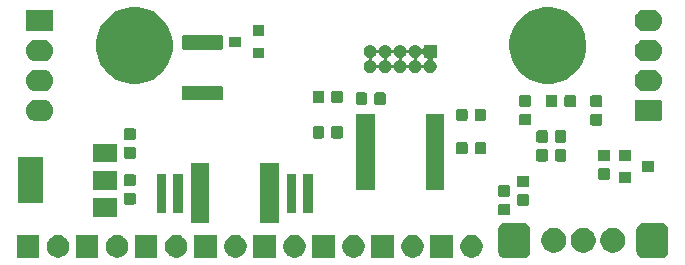
<source format=gbr>
G04 #@! TF.GenerationSoftware,KiCad,Pcbnew,(5.1.5)-3*
G04 #@! TF.CreationDate,2020-02-26T17:14:11+00:00*
G04 #@! TF.ProjectId,pwmfan,70776d66-616e-42e6-9b69-6361645f7063,rev?*
G04 #@! TF.SameCoordinates,Original*
G04 #@! TF.FileFunction,Soldermask,Top*
G04 #@! TF.FilePolarity,Negative*
%FSLAX46Y46*%
G04 Gerber Fmt 4.6, Leading zero omitted, Abs format (unit mm)*
G04 Created by KiCad (PCBNEW (5.1.5)-3) date 2020-02-26 17:14:11*
%MOMM*%
%LPD*%
G04 APERTURE LIST*
%ADD10C,0.100000*%
G04 APERTURE END LIST*
D10*
G36*
X107207473Y-70011371D02*
G01*
X107322353Y-70046220D01*
X107428228Y-70102811D01*
X107521029Y-70178971D01*
X107597189Y-70271772D01*
X107653780Y-70377647D01*
X107688629Y-70492527D01*
X107701000Y-70618140D01*
X107701000Y-72381860D01*
X107688629Y-72507473D01*
X107653780Y-72622353D01*
X107597189Y-72728228D01*
X107521029Y-72821029D01*
X107428228Y-72897189D01*
X107322353Y-72953780D01*
X107207473Y-72988629D01*
X107081860Y-73001000D01*
X105618140Y-73001000D01*
X105492527Y-72988629D01*
X105377647Y-72953780D01*
X105271772Y-72897189D01*
X105178971Y-72821029D01*
X105102811Y-72728228D01*
X105046220Y-72622353D01*
X105011371Y-72507473D01*
X104999000Y-72381860D01*
X104999000Y-70618140D01*
X105011371Y-70492527D01*
X105046220Y-70377647D01*
X105102811Y-70271772D01*
X105178971Y-70178971D01*
X105271772Y-70102811D01*
X105377647Y-70046220D01*
X105492527Y-70011371D01*
X105618140Y-69999000D01*
X107081860Y-69999000D01*
X107207473Y-70011371D01*
G37*
G36*
X95507473Y-70011371D02*
G01*
X95622353Y-70046220D01*
X95728228Y-70102811D01*
X95821029Y-70178971D01*
X95897189Y-70271772D01*
X95953780Y-70377647D01*
X95988629Y-70492527D01*
X96001000Y-70618140D01*
X96001000Y-72381860D01*
X95988629Y-72507473D01*
X95953780Y-72622353D01*
X95897189Y-72728228D01*
X95821029Y-72821029D01*
X95728228Y-72897189D01*
X95622353Y-72953780D01*
X95507473Y-72988629D01*
X95381860Y-73001000D01*
X93918140Y-73001000D01*
X93792527Y-72988629D01*
X93677647Y-72953780D01*
X93571772Y-72897189D01*
X93478971Y-72821029D01*
X93402811Y-72728228D01*
X93346220Y-72622353D01*
X93311371Y-72507473D01*
X93299000Y-72381860D01*
X93299000Y-70618140D01*
X93311371Y-70492527D01*
X93346220Y-70377647D01*
X93402811Y-70271772D01*
X93478971Y-70178971D01*
X93571772Y-70102811D01*
X93677647Y-70046220D01*
X93792527Y-70011371D01*
X93918140Y-69999000D01*
X95381860Y-69999000D01*
X95507473Y-70011371D01*
G37*
G36*
X69451000Y-72951000D02*
G01*
X67549000Y-72951000D01*
X67549000Y-71049000D01*
X69451000Y-71049000D01*
X69451000Y-72951000D01*
G37*
G36*
X71317395Y-71085546D02*
G01*
X71490466Y-71157234D01*
X71544646Y-71193436D01*
X71646227Y-71261310D01*
X71778690Y-71393773D01*
X71831081Y-71472182D01*
X71882766Y-71549534D01*
X71954454Y-71722605D01*
X71991000Y-71906333D01*
X71991000Y-72093667D01*
X71954454Y-72277395D01*
X71882766Y-72450466D01*
X71882765Y-72450467D01*
X71778690Y-72606227D01*
X71646227Y-72738690D01*
X71567818Y-72791081D01*
X71490466Y-72842766D01*
X71317395Y-72914454D01*
X71133667Y-72951000D01*
X70946333Y-72951000D01*
X70762605Y-72914454D01*
X70589534Y-72842766D01*
X70512182Y-72791081D01*
X70433773Y-72738690D01*
X70301310Y-72606227D01*
X70197235Y-72450467D01*
X70197234Y-72450466D01*
X70125546Y-72277395D01*
X70089000Y-72093667D01*
X70089000Y-71906333D01*
X70125546Y-71722605D01*
X70197234Y-71549534D01*
X70248919Y-71472182D01*
X70301310Y-71393773D01*
X70433773Y-71261310D01*
X70535354Y-71193436D01*
X70589534Y-71157234D01*
X70762605Y-71085546D01*
X70946333Y-71049000D01*
X71133667Y-71049000D01*
X71317395Y-71085546D01*
G37*
G36*
X76317395Y-71085546D02*
G01*
X76490466Y-71157234D01*
X76544646Y-71193436D01*
X76646227Y-71261310D01*
X76778690Y-71393773D01*
X76831081Y-71472182D01*
X76882766Y-71549534D01*
X76954454Y-71722605D01*
X76991000Y-71906333D01*
X76991000Y-72093667D01*
X76954454Y-72277395D01*
X76882766Y-72450466D01*
X76882765Y-72450467D01*
X76778690Y-72606227D01*
X76646227Y-72738690D01*
X76567818Y-72791081D01*
X76490466Y-72842766D01*
X76317395Y-72914454D01*
X76133667Y-72951000D01*
X75946333Y-72951000D01*
X75762605Y-72914454D01*
X75589534Y-72842766D01*
X75512182Y-72791081D01*
X75433773Y-72738690D01*
X75301310Y-72606227D01*
X75197235Y-72450467D01*
X75197234Y-72450466D01*
X75125546Y-72277395D01*
X75089000Y-72093667D01*
X75089000Y-71906333D01*
X75125546Y-71722605D01*
X75197234Y-71549534D01*
X75248919Y-71472182D01*
X75301310Y-71393773D01*
X75433773Y-71261310D01*
X75535354Y-71193436D01*
X75589534Y-71157234D01*
X75762605Y-71085546D01*
X75946333Y-71049000D01*
X76133667Y-71049000D01*
X76317395Y-71085546D01*
G37*
G36*
X74451000Y-72951000D02*
G01*
X72549000Y-72951000D01*
X72549000Y-71049000D01*
X74451000Y-71049000D01*
X74451000Y-72951000D01*
G37*
G36*
X84451000Y-72951000D02*
G01*
X82549000Y-72951000D01*
X82549000Y-71049000D01*
X84451000Y-71049000D01*
X84451000Y-72951000D01*
G37*
G36*
X86317395Y-71085546D02*
G01*
X86490466Y-71157234D01*
X86544646Y-71193436D01*
X86646227Y-71261310D01*
X86778690Y-71393773D01*
X86831081Y-71472182D01*
X86882766Y-71549534D01*
X86954454Y-71722605D01*
X86991000Y-71906333D01*
X86991000Y-72093667D01*
X86954454Y-72277395D01*
X86882766Y-72450466D01*
X86882765Y-72450467D01*
X86778690Y-72606227D01*
X86646227Y-72738690D01*
X86567818Y-72791081D01*
X86490466Y-72842766D01*
X86317395Y-72914454D01*
X86133667Y-72951000D01*
X85946333Y-72951000D01*
X85762605Y-72914454D01*
X85589534Y-72842766D01*
X85512182Y-72791081D01*
X85433773Y-72738690D01*
X85301310Y-72606227D01*
X85197235Y-72450467D01*
X85197234Y-72450466D01*
X85125546Y-72277395D01*
X85089000Y-72093667D01*
X85089000Y-71906333D01*
X85125546Y-71722605D01*
X85197234Y-71549534D01*
X85248919Y-71472182D01*
X85301310Y-71393773D01*
X85433773Y-71261310D01*
X85535354Y-71193436D01*
X85589534Y-71157234D01*
X85762605Y-71085546D01*
X85946333Y-71049000D01*
X86133667Y-71049000D01*
X86317395Y-71085546D01*
G37*
G36*
X81317395Y-71085546D02*
G01*
X81490466Y-71157234D01*
X81544646Y-71193436D01*
X81646227Y-71261310D01*
X81778690Y-71393773D01*
X81831081Y-71472182D01*
X81882766Y-71549534D01*
X81954454Y-71722605D01*
X81991000Y-71906333D01*
X81991000Y-72093667D01*
X81954454Y-72277395D01*
X81882766Y-72450466D01*
X81882765Y-72450467D01*
X81778690Y-72606227D01*
X81646227Y-72738690D01*
X81567818Y-72791081D01*
X81490466Y-72842766D01*
X81317395Y-72914454D01*
X81133667Y-72951000D01*
X80946333Y-72951000D01*
X80762605Y-72914454D01*
X80589534Y-72842766D01*
X80512182Y-72791081D01*
X80433773Y-72738690D01*
X80301310Y-72606227D01*
X80197235Y-72450467D01*
X80197234Y-72450466D01*
X80125546Y-72277395D01*
X80089000Y-72093667D01*
X80089000Y-71906333D01*
X80125546Y-71722605D01*
X80197234Y-71549534D01*
X80248919Y-71472182D01*
X80301310Y-71393773D01*
X80433773Y-71261310D01*
X80535354Y-71193436D01*
X80589534Y-71157234D01*
X80762605Y-71085546D01*
X80946333Y-71049000D01*
X81133667Y-71049000D01*
X81317395Y-71085546D01*
G37*
G36*
X79451000Y-72951000D02*
G01*
X77549000Y-72951000D01*
X77549000Y-71049000D01*
X79451000Y-71049000D01*
X79451000Y-72951000D01*
G37*
G36*
X89451000Y-72951000D02*
G01*
X87549000Y-72951000D01*
X87549000Y-71049000D01*
X89451000Y-71049000D01*
X89451000Y-72951000D01*
G37*
G36*
X91317395Y-71085546D02*
G01*
X91490466Y-71157234D01*
X91544646Y-71193436D01*
X91646227Y-71261310D01*
X91778690Y-71393773D01*
X91831081Y-71472182D01*
X91882766Y-71549534D01*
X91954454Y-71722605D01*
X91991000Y-71906333D01*
X91991000Y-72093667D01*
X91954454Y-72277395D01*
X91882766Y-72450466D01*
X91882765Y-72450467D01*
X91778690Y-72606227D01*
X91646227Y-72738690D01*
X91567818Y-72791081D01*
X91490466Y-72842766D01*
X91317395Y-72914454D01*
X91133667Y-72951000D01*
X90946333Y-72951000D01*
X90762605Y-72914454D01*
X90589534Y-72842766D01*
X90512182Y-72791081D01*
X90433773Y-72738690D01*
X90301310Y-72606227D01*
X90197235Y-72450467D01*
X90197234Y-72450466D01*
X90125546Y-72277395D01*
X90089000Y-72093667D01*
X90089000Y-71906333D01*
X90125546Y-71722605D01*
X90197234Y-71549534D01*
X90248919Y-71472182D01*
X90301310Y-71393773D01*
X90433773Y-71261310D01*
X90535354Y-71193436D01*
X90589534Y-71157234D01*
X90762605Y-71085546D01*
X90946333Y-71049000D01*
X91133667Y-71049000D01*
X91317395Y-71085546D01*
G37*
G36*
X56317395Y-71085546D02*
G01*
X56490466Y-71157234D01*
X56544646Y-71193436D01*
X56646227Y-71261310D01*
X56778690Y-71393773D01*
X56831081Y-71472182D01*
X56882766Y-71549534D01*
X56954454Y-71722605D01*
X56991000Y-71906333D01*
X56991000Y-72093667D01*
X56954454Y-72277395D01*
X56882766Y-72450466D01*
X56882765Y-72450467D01*
X56778690Y-72606227D01*
X56646227Y-72738690D01*
X56567818Y-72791081D01*
X56490466Y-72842766D01*
X56317395Y-72914454D01*
X56133667Y-72951000D01*
X55946333Y-72951000D01*
X55762605Y-72914454D01*
X55589534Y-72842766D01*
X55512182Y-72791081D01*
X55433773Y-72738690D01*
X55301310Y-72606227D01*
X55197235Y-72450467D01*
X55197234Y-72450466D01*
X55125546Y-72277395D01*
X55089000Y-72093667D01*
X55089000Y-71906333D01*
X55125546Y-71722605D01*
X55197234Y-71549534D01*
X55248919Y-71472182D01*
X55301310Y-71393773D01*
X55433773Y-71261310D01*
X55535354Y-71193436D01*
X55589534Y-71157234D01*
X55762605Y-71085546D01*
X55946333Y-71049000D01*
X56133667Y-71049000D01*
X56317395Y-71085546D01*
G37*
G36*
X54451000Y-72951000D02*
G01*
X52549000Y-72951000D01*
X52549000Y-71049000D01*
X54451000Y-71049000D01*
X54451000Y-72951000D01*
G37*
G36*
X59451000Y-72951000D02*
G01*
X57549000Y-72951000D01*
X57549000Y-71049000D01*
X59451000Y-71049000D01*
X59451000Y-72951000D01*
G37*
G36*
X61317395Y-71085546D02*
G01*
X61490466Y-71157234D01*
X61544646Y-71193436D01*
X61646227Y-71261310D01*
X61778690Y-71393773D01*
X61831081Y-71472182D01*
X61882766Y-71549534D01*
X61954454Y-71722605D01*
X61991000Y-71906333D01*
X61991000Y-72093667D01*
X61954454Y-72277395D01*
X61882766Y-72450466D01*
X61882765Y-72450467D01*
X61778690Y-72606227D01*
X61646227Y-72738690D01*
X61567818Y-72791081D01*
X61490466Y-72842766D01*
X61317395Y-72914454D01*
X61133667Y-72951000D01*
X60946333Y-72951000D01*
X60762605Y-72914454D01*
X60589534Y-72842766D01*
X60512182Y-72791081D01*
X60433773Y-72738690D01*
X60301310Y-72606227D01*
X60197235Y-72450467D01*
X60197234Y-72450466D01*
X60125546Y-72277395D01*
X60089000Y-72093667D01*
X60089000Y-71906333D01*
X60125546Y-71722605D01*
X60197234Y-71549534D01*
X60248919Y-71472182D01*
X60301310Y-71393773D01*
X60433773Y-71261310D01*
X60535354Y-71193436D01*
X60589534Y-71157234D01*
X60762605Y-71085546D01*
X60946333Y-71049000D01*
X61133667Y-71049000D01*
X61317395Y-71085546D01*
G37*
G36*
X66317395Y-71085546D02*
G01*
X66490466Y-71157234D01*
X66544646Y-71193436D01*
X66646227Y-71261310D01*
X66778690Y-71393773D01*
X66831081Y-71472182D01*
X66882766Y-71549534D01*
X66954454Y-71722605D01*
X66991000Y-71906333D01*
X66991000Y-72093667D01*
X66954454Y-72277395D01*
X66882766Y-72450466D01*
X66882765Y-72450467D01*
X66778690Y-72606227D01*
X66646227Y-72738690D01*
X66567818Y-72791081D01*
X66490466Y-72842766D01*
X66317395Y-72914454D01*
X66133667Y-72951000D01*
X65946333Y-72951000D01*
X65762605Y-72914454D01*
X65589534Y-72842766D01*
X65512182Y-72791081D01*
X65433773Y-72738690D01*
X65301310Y-72606227D01*
X65197235Y-72450467D01*
X65197234Y-72450466D01*
X65125546Y-72277395D01*
X65089000Y-72093667D01*
X65089000Y-71906333D01*
X65125546Y-71722605D01*
X65197234Y-71549534D01*
X65248919Y-71472182D01*
X65301310Y-71393773D01*
X65433773Y-71261310D01*
X65535354Y-71193436D01*
X65589534Y-71157234D01*
X65762605Y-71085546D01*
X65946333Y-71049000D01*
X66133667Y-71049000D01*
X66317395Y-71085546D01*
G37*
G36*
X64451000Y-72951000D02*
G01*
X62549000Y-72951000D01*
X62549000Y-71049000D01*
X64451000Y-71049000D01*
X64451000Y-72951000D01*
G37*
G36*
X100806564Y-70489389D02*
G01*
X100997833Y-70568615D01*
X100997835Y-70568616D01*
X101169973Y-70683635D01*
X101316365Y-70830027D01*
X101431385Y-71002167D01*
X101510611Y-71193436D01*
X101551000Y-71396484D01*
X101551000Y-71603516D01*
X101510611Y-71806564D01*
X101431385Y-71997833D01*
X101431384Y-71997835D01*
X101316365Y-72169973D01*
X101169973Y-72316365D01*
X100997835Y-72431384D01*
X100997834Y-72431385D01*
X100997833Y-72431385D01*
X100806564Y-72510611D01*
X100603516Y-72551000D01*
X100396484Y-72551000D01*
X100193436Y-72510611D01*
X100002167Y-72431385D01*
X100002166Y-72431385D01*
X100002165Y-72431384D01*
X99830027Y-72316365D01*
X99683635Y-72169973D01*
X99568616Y-71997835D01*
X99568615Y-71997833D01*
X99489389Y-71806564D01*
X99449000Y-71603516D01*
X99449000Y-71396484D01*
X99489389Y-71193436D01*
X99568615Y-71002167D01*
X99683635Y-70830027D01*
X99830027Y-70683635D01*
X100002165Y-70568616D01*
X100002167Y-70568615D01*
X100193436Y-70489389D01*
X100396484Y-70449000D01*
X100603516Y-70449000D01*
X100806564Y-70489389D01*
G37*
G36*
X103306564Y-70489389D02*
G01*
X103497833Y-70568615D01*
X103497835Y-70568616D01*
X103669973Y-70683635D01*
X103816365Y-70830027D01*
X103931385Y-71002167D01*
X104010611Y-71193436D01*
X104051000Y-71396484D01*
X104051000Y-71603516D01*
X104010611Y-71806564D01*
X103931385Y-71997833D01*
X103931384Y-71997835D01*
X103816365Y-72169973D01*
X103669973Y-72316365D01*
X103497835Y-72431384D01*
X103497834Y-72431385D01*
X103497833Y-72431385D01*
X103306564Y-72510611D01*
X103103516Y-72551000D01*
X102896484Y-72551000D01*
X102693436Y-72510611D01*
X102502167Y-72431385D01*
X102502166Y-72431385D01*
X102502165Y-72431384D01*
X102330027Y-72316365D01*
X102183635Y-72169973D01*
X102068616Y-71997835D01*
X102068615Y-71997833D01*
X101989389Y-71806564D01*
X101949000Y-71603516D01*
X101949000Y-71396484D01*
X101989389Y-71193436D01*
X102068615Y-71002167D01*
X102183635Y-70830027D01*
X102330027Y-70683635D01*
X102502165Y-70568616D01*
X102502167Y-70568615D01*
X102693436Y-70489389D01*
X102896484Y-70449000D01*
X103103516Y-70449000D01*
X103306564Y-70489389D01*
G37*
G36*
X98306564Y-70489389D02*
G01*
X98497833Y-70568615D01*
X98497835Y-70568616D01*
X98669973Y-70683635D01*
X98816365Y-70830027D01*
X98931385Y-71002167D01*
X99010611Y-71193436D01*
X99051000Y-71396484D01*
X99051000Y-71603516D01*
X99010611Y-71806564D01*
X98931385Y-71997833D01*
X98931384Y-71997835D01*
X98816365Y-72169973D01*
X98669973Y-72316365D01*
X98497835Y-72431384D01*
X98497834Y-72431385D01*
X98497833Y-72431385D01*
X98306564Y-72510611D01*
X98103516Y-72551000D01*
X97896484Y-72551000D01*
X97693436Y-72510611D01*
X97502167Y-72431385D01*
X97502166Y-72431385D01*
X97502165Y-72431384D01*
X97330027Y-72316365D01*
X97183635Y-72169973D01*
X97068616Y-71997835D01*
X97068615Y-71997833D01*
X96989389Y-71806564D01*
X96949000Y-71603516D01*
X96949000Y-71396484D01*
X96989389Y-71193436D01*
X97068615Y-71002167D01*
X97183635Y-70830027D01*
X97330027Y-70683635D01*
X97502165Y-70568616D01*
X97502167Y-70568615D01*
X97693436Y-70489389D01*
X97896484Y-70449000D01*
X98103516Y-70449000D01*
X98306564Y-70489389D01*
G37*
G36*
X74751000Y-70051000D02*
G01*
X73149000Y-70051000D01*
X73149000Y-64949000D01*
X74751000Y-64949000D01*
X74751000Y-70051000D01*
G37*
G36*
X68851000Y-70051000D02*
G01*
X67249000Y-70051000D01*
X67249000Y-64949000D01*
X68851000Y-64949000D01*
X68851000Y-70051000D01*
G37*
G36*
X61051000Y-69501000D02*
G01*
X58949000Y-69501000D01*
X58949000Y-67899000D01*
X61051000Y-67899000D01*
X61051000Y-69501000D01*
G37*
G36*
X94179591Y-68403085D02*
G01*
X94213569Y-68413393D01*
X94244890Y-68430134D01*
X94272339Y-68452661D01*
X94294866Y-68480110D01*
X94311607Y-68511431D01*
X94321915Y-68545409D01*
X94326000Y-68586890D01*
X94326000Y-69188110D01*
X94321915Y-69229591D01*
X94311607Y-69263569D01*
X94294866Y-69294890D01*
X94272339Y-69322339D01*
X94244890Y-69344866D01*
X94213569Y-69361607D01*
X94179591Y-69371915D01*
X94138110Y-69376000D01*
X93461890Y-69376000D01*
X93420409Y-69371915D01*
X93386431Y-69361607D01*
X93355110Y-69344866D01*
X93327661Y-69322339D01*
X93305134Y-69294890D01*
X93288393Y-69263569D01*
X93278085Y-69229591D01*
X93274000Y-69188110D01*
X93274000Y-68586890D01*
X93278085Y-68545409D01*
X93288393Y-68511431D01*
X93305134Y-68480110D01*
X93327661Y-68452661D01*
X93355110Y-68430134D01*
X93386431Y-68413393D01*
X93420409Y-68403085D01*
X93461890Y-68399000D01*
X94138110Y-68399000D01*
X94179591Y-68403085D01*
G37*
G36*
X76201000Y-69141000D02*
G01*
X75399000Y-69141000D01*
X75399000Y-65859000D01*
X76201000Y-65859000D01*
X76201000Y-69141000D01*
G37*
G36*
X66601000Y-69141000D02*
G01*
X65799000Y-69141000D01*
X65799000Y-65859000D01*
X66601000Y-65859000D01*
X66601000Y-69141000D01*
G37*
G36*
X77601000Y-69141000D02*
G01*
X76799000Y-69141000D01*
X76799000Y-65859000D01*
X77601000Y-65859000D01*
X77601000Y-69141000D01*
G37*
G36*
X65201000Y-69141000D02*
G01*
X64399000Y-69141000D01*
X64399000Y-65859000D01*
X65201000Y-65859000D01*
X65201000Y-69141000D01*
G37*
G36*
X95779591Y-67603085D02*
G01*
X95813569Y-67613393D01*
X95844890Y-67630134D01*
X95872339Y-67652661D01*
X95894866Y-67680110D01*
X95911607Y-67711431D01*
X95921915Y-67745409D01*
X95926000Y-67786890D01*
X95926000Y-68388110D01*
X95921915Y-68429591D01*
X95911607Y-68463569D01*
X95894866Y-68494890D01*
X95872339Y-68522339D01*
X95844890Y-68544866D01*
X95813569Y-68561607D01*
X95779591Y-68571915D01*
X95738110Y-68576000D01*
X95061890Y-68576000D01*
X95020409Y-68571915D01*
X94986431Y-68561607D01*
X94955110Y-68544866D01*
X94927661Y-68522339D01*
X94905134Y-68494890D01*
X94888393Y-68463569D01*
X94878085Y-68429591D01*
X94874000Y-68388110D01*
X94874000Y-67786890D01*
X94878085Y-67745409D01*
X94888393Y-67711431D01*
X94905134Y-67680110D01*
X94927661Y-67652661D01*
X94955110Y-67630134D01*
X94986431Y-67613393D01*
X95020409Y-67603085D01*
X95061890Y-67599000D01*
X95738110Y-67599000D01*
X95779591Y-67603085D01*
G37*
G36*
X62479591Y-67490585D02*
G01*
X62513569Y-67500893D01*
X62544890Y-67517634D01*
X62572339Y-67540161D01*
X62594866Y-67567610D01*
X62611607Y-67598931D01*
X62621915Y-67632909D01*
X62626000Y-67674390D01*
X62626000Y-68275610D01*
X62621915Y-68317091D01*
X62611607Y-68351069D01*
X62594866Y-68382390D01*
X62572339Y-68409839D01*
X62544890Y-68432366D01*
X62513569Y-68449107D01*
X62479591Y-68459415D01*
X62438110Y-68463500D01*
X61761890Y-68463500D01*
X61720409Y-68459415D01*
X61686431Y-68449107D01*
X61655110Y-68432366D01*
X61627661Y-68409839D01*
X61605134Y-68382390D01*
X61588393Y-68351069D01*
X61578085Y-68317091D01*
X61574000Y-68275610D01*
X61574000Y-67674390D01*
X61578085Y-67632909D01*
X61588393Y-67598931D01*
X61605134Y-67567610D01*
X61627661Y-67540161D01*
X61655110Y-67517634D01*
X61686431Y-67500893D01*
X61720409Y-67490585D01*
X61761890Y-67486500D01*
X62438110Y-67486500D01*
X62479591Y-67490585D01*
G37*
G36*
X54751000Y-68351000D02*
G01*
X52649000Y-68351000D01*
X52649000Y-64449000D01*
X54751000Y-64449000D01*
X54751000Y-68351000D01*
G37*
G36*
X94179591Y-66828085D02*
G01*
X94213569Y-66838393D01*
X94244890Y-66855134D01*
X94272339Y-66877661D01*
X94294866Y-66905110D01*
X94311607Y-66936431D01*
X94321915Y-66970409D01*
X94326000Y-67011890D01*
X94326000Y-67613110D01*
X94321915Y-67654591D01*
X94311607Y-67688569D01*
X94294866Y-67719890D01*
X94272339Y-67747339D01*
X94244890Y-67769866D01*
X94213569Y-67786607D01*
X94179591Y-67796915D01*
X94138110Y-67801000D01*
X93461890Y-67801000D01*
X93420409Y-67796915D01*
X93386431Y-67786607D01*
X93355110Y-67769866D01*
X93327661Y-67747339D01*
X93305134Y-67719890D01*
X93288393Y-67688569D01*
X93278085Y-67654591D01*
X93274000Y-67613110D01*
X93274000Y-67011890D01*
X93278085Y-66970409D01*
X93288393Y-66936431D01*
X93305134Y-66905110D01*
X93327661Y-66877661D01*
X93355110Y-66855134D01*
X93386431Y-66838393D01*
X93420409Y-66828085D01*
X93461890Y-66824000D01*
X94138110Y-66824000D01*
X94179591Y-66828085D01*
G37*
G36*
X61051000Y-67201000D02*
G01*
X58949000Y-67201000D01*
X58949000Y-65599000D01*
X61051000Y-65599000D01*
X61051000Y-67201000D01*
G37*
G36*
X88726000Y-67201000D02*
G01*
X87174000Y-67201000D01*
X87174000Y-60799000D01*
X88726000Y-60799000D01*
X88726000Y-67201000D01*
G37*
G36*
X82826000Y-67201000D02*
G01*
X81274000Y-67201000D01*
X81274000Y-60799000D01*
X82826000Y-60799000D01*
X82826000Y-67201000D01*
G37*
G36*
X95779591Y-66028085D02*
G01*
X95813569Y-66038393D01*
X95844890Y-66055134D01*
X95872339Y-66077661D01*
X95894866Y-66105110D01*
X95911607Y-66136431D01*
X95921915Y-66170409D01*
X95926000Y-66211890D01*
X95926000Y-66813110D01*
X95921915Y-66854591D01*
X95911607Y-66888569D01*
X95894866Y-66919890D01*
X95872339Y-66947339D01*
X95844890Y-66969866D01*
X95813569Y-66986607D01*
X95779591Y-66996915D01*
X95738110Y-67001000D01*
X95061890Y-67001000D01*
X95020409Y-66996915D01*
X94986431Y-66986607D01*
X94955110Y-66969866D01*
X94927661Y-66947339D01*
X94905134Y-66919890D01*
X94888393Y-66888569D01*
X94878085Y-66854591D01*
X94874000Y-66813110D01*
X94874000Y-66211890D01*
X94878085Y-66170409D01*
X94888393Y-66136431D01*
X94905134Y-66105110D01*
X94927661Y-66077661D01*
X94955110Y-66055134D01*
X94986431Y-66038393D01*
X95020409Y-66028085D01*
X95061890Y-66024000D01*
X95738110Y-66024000D01*
X95779591Y-66028085D01*
G37*
G36*
X62479591Y-65915585D02*
G01*
X62513569Y-65925893D01*
X62544890Y-65942634D01*
X62572339Y-65965161D01*
X62594866Y-65992610D01*
X62611607Y-66023931D01*
X62621915Y-66057909D01*
X62626000Y-66099390D01*
X62626000Y-66700610D01*
X62621915Y-66742091D01*
X62611607Y-66776069D01*
X62594866Y-66807390D01*
X62572339Y-66834839D01*
X62544890Y-66857366D01*
X62513569Y-66874107D01*
X62479591Y-66884415D01*
X62438110Y-66888500D01*
X61761890Y-66888500D01*
X61720409Y-66884415D01*
X61686431Y-66874107D01*
X61655110Y-66857366D01*
X61627661Y-66834839D01*
X61605134Y-66807390D01*
X61588393Y-66776069D01*
X61578085Y-66742091D01*
X61574000Y-66700610D01*
X61574000Y-66099390D01*
X61578085Y-66057909D01*
X61588393Y-66023931D01*
X61605134Y-65992610D01*
X61627661Y-65965161D01*
X61655110Y-65942634D01*
X61686431Y-65925893D01*
X61720409Y-65915585D01*
X61761890Y-65911500D01*
X62438110Y-65911500D01*
X62479591Y-65915585D01*
G37*
G36*
X104501000Y-66651000D02*
G01*
X103499000Y-66651000D01*
X103499000Y-65749000D01*
X104501000Y-65749000D01*
X104501000Y-66651000D01*
G37*
G36*
X102629591Y-65390585D02*
G01*
X102663569Y-65400893D01*
X102694890Y-65417634D01*
X102722339Y-65440161D01*
X102744866Y-65467610D01*
X102761607Y-65498931D01*
X102771915Y-65532909D01*
X102776000Y-65574390D01*
X102776000Y-66175610D01*
X102771915Y-66217091D01*
X102761607Y-66251069D01*
X102744866Y-66282390D01*
X102722339Y-66309839D01*
X102694890Y-66332366D01*
X102663569Y-66349107D01*
X102629591Y-66359415D01*
X102588110Y-66363500D01*
X101911890Y-66363500D01*
X101870409Y-66359415D01*
X101836431Y-66349107D01*
X101805110Y-66332366D01*
X101777661Y-66309839D01*
X101755134Y-66282390D01*
X101738393Y-66251069D01*
X101728085Y-66217091D01*
X101724000Y-66175610D01*
X101724000Y-65574390D01*
X101728085Y-65532909D01*
X101738393Y-65498931D01*
X101755134Y-65467610D01*
X101777661Y-65440161D01*
X101805110Y-65417634D01*
X101836431Y-65400893D01*
X101870409Y-65390585D01*
X101911890Y-65386500D01*
X102588110Y-65386500D01*
X102629591Y-65390585D01*
G37*
G36*
X106501000Y-65701000D02*
G01*
X105499000Y-65701000D01*
X105499000Y-64799000D01*
X106501000Y-64799000D01*
X106501000Y-65701000D01*
G37*
G36*
X61051000Y-64901000D02*
G01*
X58949000Y-64901000D01*
X58949000Y-63299000D01*
X61051000Y-63299000D01*
X61051000Y-64901000D01*
G37*
G36*
X97354591Y-63778085D02*
G01*
X97388569Y-63788393D01*
X97419890Y-63805134D01*
X97447339Y-63827661D01*
X97469866Y-63855110D01*
X97486607Y-63886431D01*
X97496915Y-63920409D01*
X97501000Y-63961890D01*
X97501000Y-64638110D01*
X97496915Y-64679591D01*
X97486607Y-64713569D01*
X97469866Y-64744890D01*
X97447339Y-64772339D01*
X97419890Y-64794866D01*
X97388569Y-64811607D01*
X97354591Y-64821915D01*
X97313110Y-64826000D01*
X96711890Y-64826000D01*
X96670409Y-64821915D01*
X96636431Y-64811607D01*
X96605110Y-64794866D01*
X96577661Y-64772339D01*
X96555134Y-64744890D01*
X96538393Y-64713569D01*
X96528085Y-64679591D01*
X96524000Y-64638110D01*
X96524000Y-63961890D01*
X96528085Y-63920409D01*
X96538393Y-63886431D01*
X96555134Y-63855110D01*
X96577661Y-63827661D01*
X96605110Y-63805134D01*
X96636431Y-63788393D01*
X96670409Y-63778085D01*
X96711890Y-63774000D01*
X97313110Y-63774000D01*
X97354591Y-63778085D01*
G37*
G36*
X98929591Y-63778085D02*
G01*
X98963569Y-63788393D01*
X98994890Y-63805134D01*
X99022339Y-63827661D01*
X99044866Y-63855110D01*
X99061607Y-63886431D01*
X99071915Y-63920409D01*
X99076000Y-63961890D01*
X99076000Y-64638110D01*
X99071915Y-64679591D01*
X99061607Y-64713569D01*
X99044866Y-64744890D01*
X99022339Y-64772339D01*
X98994890Y-64794866D01*
X98963569Y-64811607D01*
X98929591Y-64821915D01*
X98888110Y-64826000D01*
X98286890Y-64826000D01*
X98245409Y-64821915D01*
X98211431Y-64811607D01*
X98180110Y-64794866D01*
X98152661Y-64772339D01*
X98130134Y-64744890D01*
X98113393Y-64713569D01*
X98103085Y-64679591D01*
X98099000Y-64638110D01*
X98099000Y-63961890D01*
X98103085Y-63920409D01*
X98113393Y-63886431D01*
X98130134Y-63855110D01*
X98152661Y-63827661D01*
X98180110Y-63805134D01*
X98211431Y-63788393D01*
X98245409Y-63778085D01*
X98286890Y-63774000D01*
X98888110Y-63774000D01*
X98929591Y-63778085D01*
G37*
G36*
X102629591Y-63815585D02*
G01*
X102663569Y-63825893D01*
X102694890Y-63842634D01*
X102722339Y-63865161D01*
X102744866Y-63892610D01*
X102761607Y-63923931D01*
X102771915Y-63957909D01*
X102776000Y-63999390D01*
X102776000Y-64600610D01*
X102771915Y-64642091D01*
X102761607Y-64676069D01*
X102744866Y-64707390D01*
X102722339Y-64734839D01*
X102694890Y-64757366D01*
X102663569Y-64774107D01*
X102629591Y-64784415D01*
X102588110Y-64788500D01*
X101911890Y-64788500D01*
X101870409Y-64784415D01*
X101836431Y-64774107D01*
X101805110Y-64757366D01*
X101777661Y-64734839D01*
X101755134Y-64707390D01*
X101738393Y-64676069D01*
X101728085Y-64642091D01*
X101724000Y-64600610D01*
X101724000Y-63999390D01*
X101728085Y-63957909D01*
X101738393Y-63923931D01*
X101755134Y-63892610D01*
X101777661Y-63865161D01*
X101805110Y-63842634D01*
X101836431Y-63825893D01*
X101870409Y-63815585D01*
X101911890Y-63811500D01*
X102588110Y-63811500D01*
X102629591Y-63815585D01*
G37*
G36*
X104501000Y-64751000D02*
G01*
X103499000Y-64751000D01*
X103499000Y-63849000D01*
X104501000Y-63849000D01*
X104501000Y-64751000D01*
G37*
G36*
X62479591Y-63603085D02*
G01*
X62513569Y-63613393D01*
X62544890Y-63630134D01*
X62572339Y-63652661D01*
X62594866Y-63680110D01*
X62611607Y-63711431D01*
X62621915Y-63745409D01*
X62626000Y-63786890D01*
X62626000Y-64388110D01*
X62621915Y-64429591D01*
X62611607Y-64463569D01*
X62594866Y-64494890D01*
X62572339Y-64522339D01*
X62544890Y-64544866D01*
X62513569Y-64561607D01*
X62479591Y-64571915D01*
X62438110Y-64576000D01*
X61761890Y-64576000D01*
X61720409Y-64571915D01*
X61686431Y-64561607D01*
X61655110Y-64544866D01*
X61627661Y-64522339D01*
X61605134Y-64494890D01*
X61588393Y-64463569D01*
X61578085Y-64429591D01*
X61574000Y-64388110D01*
X61574000Y-63786890D01*
X61578085Y-63745409D01*
X61588393Y-63711431D01*
X61605134Y-63680110D01*
X61627661Y-63652661D01*
X61655110Y-63630134D01*
X61686431Y-63613393D01*
X61720409Y-63603085D01*
X61761890Y-63599000D01*
X62438110Y-63599000D01*
X62479591Y-63603085D01*
G37*
G36*
X92129591Y-63165585D02*
G01*
X92163569Y-63175893D01*
X92194890Y-63192634D01*
X92222339Y-63215161D01*
X92244866Y-63242610D01*
X92261607Y-63273931D01*
X92271915Y-63307909D01*
X92276000Y-63349390D01*
X92276000Y-64025610D01*
X92271915Y-64067091D01*
X92261607Y-64101069D01*
X92244866Y-64132390D01*
X92222339Y-64159839D01*
X92194890Y-64182366D01*
X92163569Y-64199107D01*
X92129591Y-64209415D01*
X92088110Y-64213500D01*
X91486890Y-64213500D01*
X91445409Y-64209415D01*
X91411431Y-64199107D01*
X91380110Y-64182366D01*
X91352661Y-64159839D01*
X91330134Y-64132390D01*
X91313393Y-64101069D01*
X91303085Y-64067091D01*
X91299000Y-64025610D01*
X91299000Y-63349390D01*
X91303085Y-63307909D01*
X91313393Y-63273931D01*
X91330134Y-63242610D01*
X91352661Y-63215161D01*
X91380110Y-63192634D01*
X91411431Y-63175893D01*
X91445409Y-63165585D01*
X91486890Y-63161500D01*
X92088110Y-63161500D01*
X92129591Y-63165585D01*
G37*
G36*
X90554591Y-63165585D02*
G01*
X90588569Y-63175893D01*
X90619890Y-63192634D01*
X90647339Y-63215161D01*
X90669866Y-63242610D01*
X90686607Y-63273931D01*
X90696915Y-63307909D01*
X90701000Y-63349390D01*
X90701000Y-64025610D01*
X90696915Y-64067091D01*
X90686607Y-64101069D01*
X90669866Y-64132390D01*
X90647339Y-64159839D01*
X90619890Y-64182366D01*
X90588569Y-64199107D01*
X90554591Y-64209415D01*
X90513110Y-64213500D01*
X89911890Y-64213500D01*
X89870409Y-64209415D01*
X89836431Y-64199107D01*
X89805110Y-64182366D01*
X89777661Y-64159839D01*
X89755134Y-64132390D01*
X89738393Y-64101069D01*
X89728085Y-64067091D01*
X89724000Y-64025610D01*
X89724000Y-63349390D01*
X89728085Y-63307909D01*
X89738393Y-63273931D01*
X89755134Y-63242610D01*
X89777661Y-63215161D01*
X89805110Y-63192634D01*
X89836431Y-63175893D01*
X89870409Y-63165585D01*
X89911890Y-63161500D01*
X90513110Y-63161500D01*
X90554591Y-63165585D01*
G37*
G36*
X98929591Y-62178085D02*
G01*
X98963569Y-62188393D01*
X98994890Y-62205134D01*
X99022339Y-62227661D01*
X99044866Y-62255110D01*
X99061607Y-62286431D01*
X99071915Y-62320409D01*
X99076000Y-62361890D01*
X99076000Y-63038110D01*
X99071915Y-63079591D01*
X99061607Y-63113569D01*
X99044866Y-63144890D01*
X99022339Y-63172339D01*
X98994890Y-63194866D01*
X98963569Y-63211607D01*
X98929591Y-63221915D01*
X98888110Y-63226000D01*
X98286890Y-63226000D01*
X98245409Y-63221915D01*
X98211431Y-63211607D01*
X98180110Y-63194866D01*
X98152661Y-63172339D01*
X98130134Y-63144890D01*
X98113393Y-63113569D01*
X98103085Y-63079591D01*
X98099000Y-63038110D01*
X98099000Y-62361890D01*
X98103085Y-62320409D01*
X98113393Y-62286431D01*
X98130134Y-62255110D01*
X98152661Y-62227661D01*
X98180110Y-62205134D01*
X98211431Y-62188393D01*
X98245409Y-62178085D01*
X98286890Y-62174000D01*
X98888110Y-62174000D01*
X98929591Y-62178085D01*
G37*
G36*
X97354591Y-62178085D02*
G01*
X97388569Y-62188393D01*
X97419890Y-62205134D01*
X97447339Y-62227661D01*
X97469866Y-62255110D01*
X97486607Y-62286431D01*
X97496915Y-62320409D01*
X97501000Y-62361890D01*
X97501000Y-63038110D01*
X97496915Y-63079591D01*
X97486607Y-63113569D01*
X97469866Y-63144890D01*
X97447339Y-63172339D01*
X97419890Y-63194866D01*
X97388569Y-63211607D01*
X97354591Y-63221915D01*
X97313110Y-63226000D01*
X96711890Y-63226000D01*
X96670409Y-63221915D01*
X96636431Y-63211607D01*
X96605110Y-63194866D01*
X96577661Y-63172339D01*
X96555134Y-63144890D01*
X96538393Y-63113569D01*
X96528085Y-63079591D01*
X96524000Y-63038110D01*
X96524000Y-62361890D01*
X96528085Y-62320409D01*
X96538393Y-62286431D01*
X96555134Y-62255110D01*
X96577661Y-62227661D01*
X96605110Y-62205134D01*
X96636431Y-62188393D01*
X96670409Y-62178085D01*
X96711890Y-62174000D01*
X97313110Y-62174000D01*
X97354591Y-62178085D01*
G37*
G36*
X62479591Y-62028085D02*
G01*
X62513569Y-62038393D01*
X62544890Y-62055134D01*
X62572339Y-62077661D01*
X62594866Y-62105110D01*
X62611607Y-62136431D01*
X62621915Y-62170409D01*
X62626000Y-62211890D01*
X62626000Y-62813110D01*
X62621915Y-62854591D01*
X62611607Y-62888569D01*
X62594866Y-62919890D01*
X62572339Y-62947339D01*
X62544890Y-62969866D01*
X62513569Y-62986607D01*
X62479591Y-62996915D01*
X62438110Y-63001000D01*
X61761890Y-63001000D01*
X61720409Y-62996915D01*
X61686431Y-62986607D01*
X61655110Y-62969866D01*
X61627661Y-62947339D01*
X61605134Y-62919890D01*
X61588393Y-62888569D01*
X61578085Y-62854591D01*
X61574000Y-62813110D01*
X61574000Y-62211890D01*
X61578085Y-62170409D01*
X61588393Y-62136431D01*
X61605134Y-62105110D01*
X61627661Y-62077661D01*
X61655110Y-62055134D01*
X61686431Y-62038393D01*
X61720409Y-62028085D01*
X61761890Y-62024000D01*
X62438110Y-62024000D01*
X62479591Y-62028085D01*
G37*
G36*
X79992091Y-61828085D02*
G01*
X80026069Y-61838393D01*
X80057390Y-61855134D01*
X80084839Y-61877661D01*
X80107366Y-61905110D01*
X80124107Y-61936431D01*
X80134415Y-61970409D01*
X80138500Y-62011890D01*
X80138500Y-62688110D01*
X80134415Y-62729591D01*
X80124107Y-62763569D01*
X80107366Y-62794890D01*
X80084839Y-62822339D01*
X80057390Y-62844866D01*
X80026069Y-62861607D01*
X79992091Y-62871915D01*
X79950610Y-62876000D01*
X79349390Y-62876000D01*
X79307909Y-62871915D01*
X79273931Y-62861607D01*
X79242610Y-62844866D01*
X79215161Y-62822339D01*
X79192634Y-62794890D01*
X79175893Y-62763569D01*
X79165585Y-62729591D01*
X79161500Y-62688110D01*
X79161500Y-62011890D01*
X79165585Y-61970409D01*
X79175893Y-61936431D01*
X79192634Y-61905110D01*
X79215161Y-61877661D01*
X79242610Y-61855134D01*
X79273931Y-61838393D01*
X79307909Y-61828085D01*
X79349390Y-61824000D01*
X79950610Y-61824000D01*
X79992091Y-61828085D01*
G37*
G36*
X78417091Y-61828085D02*
G01*
X78451069Y-61838393D01*
X78482390Y-61855134D01*
X78509839Y-61877661D01*
X78532366Y-61905110D01*
X78549107Y-61936431D01*
X78559415Y-61970409D01*
X78563500Y-62011890D01*
X78563500Y-62688110D01*
X78559415Y-62729591D01*
X78549107Y-62763569D01*
X78532366Y-62794890D01*
X78509839Y-62822339D01*
X78482390Y-62844866D01*
X78451069Y-62861607D01*
X78417091Y-62871915D01*
X78375610Y-62876000D01*
X77774390Y-62876000D01*
X77732909Y-62871915D01*
X77698931Y-62861607D01*
X77667610Y-62844866D01*
X77640161Y-62822339D01*
X77617634Y-62794890D01*
X77600893Y-62763569D01*
X77590585Y-62729591D01*
X77586500Y-62688110D01*
X77586500Y-62011890D01*
X77590585Y-61970409D01*
X77600893Y-61936431D01*
X77617634Y-61905110D01*
X77640161Y-61877661D01*
X77667610Y-61855134D01*
X77698931Y-61838393D01*
X77732909Y-61828085D01*
X77774390Y-61824000D01*
X78375610Y-61824000D01*
X78417091Y-61828085D01*
G37*
G36*
X101979591Y-60803085D02*
G01*
X102013569Y-60813393D01*
X102044890Y-60830134D01*
X102072339Y-60852661D01*
X102094866Y-60880110D01*
X102111607Y-60911431D01*
X102121915Y-60945409D01*
X102126000Y-60986890D01*
X102126000Y-61588110D01*
X102121915Y-61629591D01*
X102111607Y-61663569D01*
X102094866Y-61694890D01*
X102072339Y-61722339D01*
X102044890Y-61744866D01*
X102013569Y-61761607D01*
X101979591Y-61771915D01*
X101938110Y-61776000D01*
X101261890Y-61776000D01*
X101220409Y-61771915D01*
X101186431Y-61761607D01*
X101155110Y-61744866D01*
X101127661Y-61722339D01*
X101105134Y-61694890D01*
X101088393Y-61663569D01*
X101078085Y-61629591D01*
X101074000Y-61588110D01*
X101074000Y-60986890D01*
X101078085Y-60945409D01*
X101088393Y-60911431D01*
X101105134Y-60880110D01*
X101127661Y-60852661D01*
X101155110Y-60830134D01*
X101186431Y-60813393D01*
X101220409Y-60803085D01*
X101261890Y-60799000D01*
X101938110Y-60799000D01*
X101979591Y-60803085D01*
G37*
G36*
X95954591Y-60790585D02*
G01*
X95988569Y-60800893D01*
X96019890Y-60817634D01*
X96047339Y-60840161D01*
X96069866Y-60867610D01*
X96086607Y-60898931D01*
X96096915Y-60932909D01*
X96101000Y-60974390D01*
X96101000Y-61575610D01*
X96096915Y-61617091D01*
X96086607Y-61651069D01*
X96069866Y-61682390D01*
X96047339Y-61709839D01*
X96019890Y-61732366D01*
X95988569Y-61749107D01*
X95954591Y-61759415D01*
X95913110Y-61763500D01*
X95236890Y-61763500D01*
X95195409Y-61759415D01*
X95161431Y-61749107D01*
X95130110Y-61732366D01*
X95102661Y-61709839D01*
X95080134Y-61682390D01*
X95063393Y-61651069D01*
X95053085Y-61617091D01*
X95049000Y-61575610D01*
X95049000Y-60974390D01*
X95053085Y-60932909D01*
X95063393Y-60898931D01*
X95080134Y-60867610D01*
X95102661Y-60840161D01*
X95130110Y-60817634D01*
X95161431Y-60800893D01*
X95195409Y-60790585D01*
X95236890Y-60786500D01*
X95913110Y-60786500D01*
X95954591Y-60790585D01*
G37*
G36*
X107009561Y-59582966D02*
G01*
X107042383Y-59592923D01*
X107072632Y-59609092D01*
X107099148Y-59630852D01*
X107120908Y-59657368D01*
X107137077Y-59687617D01*
X107147034Y-59720439D01*
X107151000Y-59760713D01*
X107151000Y-61239287D01*
X107147034Y-61279561D01*
X107137077Y-61312383D01*
X107120908Y-61342632D01*
X107099148Y-61369148D01*
X107072632Y-61390908D01*
X107042383Y-61407077D01*
X107009561Y-61417034D01*
X106969287Y-61421000D01*
X105030713Y-61421000D01*
X104990439Y-61417034D01*
X104957617Y-61407077D01*
X104927368Y-61390908D01*
X104900852Y-61369148D01*
X104879092Y-61342632D01*
X104862923Y-61312383D01*
X104852966Y-61279561D01*
X104849000Y-61239287D01*
X104849000Y-59760713D01*
X104852966Y-59720439D01*
X104862923Y-59687617D01*
X104879092Y-59657368D01*
X104900852Y-59630852D01*
X104927368Y-59609092D01*
X104957617Y-59592923D01*
X104990439Y-59582966D01*
X105030713Y-59579000D01*
X106969287Y-59579000D01*
X107009561Y-59582966D01*
G37*
G36*
X54790512Y-59582966D02*
G01*
X54885548Y-59592326D01*
X55059157Y-59644990D01*
X55219156Y-59730511D01*
X55233612Y-59742375D01*
X55359397Y-59845603D01*
X55438729Y-59942271D01*
X55474489Y-59985844D01*
X55560010Y-60145843D01*
X55612674Y-60319452D01*
X55630456Y-60500000D01*
X55612674Y-60680548D01*
X55560010Y-60854157D01*
X55474489Y-61014156D01*
X55450612Y-61043250D01*
X55359397Y-61154397D01*
X55262729Y-61233729D01*
X55219156Y-61269489D01*
X55124862Y-61319890D01*
X55073509Y-61347339D01*
X55059157Y-61355010D01*
X54885548Y-61407674D01*
X54801874Y-61415915D01*
X54750245Y-61421000D01*
X54199755Y-61421000D01*
X54148126Y-61415915D01*
X54064452Y-61407674D01*
X53890843Y-61355010D01*
X53876492Y-61347339D01*
X53825138Y-61319890D01*
X53730844Y-61269489D01*
X53687271Y-61233729D01*
X53590603Y-61154397D01*
X53499388Y-61043250D01*
X53475511Y-61014156D01*
X53389990Y-60854157D01*
X53337326Y-60680548D01*
X53319544Y-60500000D01*
X53337326Y-60319452D01*
X53389990Y-60145843D01*
X53475511Y-59985844D01*
X53511271Y-59942271D01*
X53590603Y-59845603D01*
X53716388Y-59742375D01*
X53730844Y-59730511D01*
X53890843Y-59644990D01*
X54064452Y-59592326D01*
X54159488Y-59582966D01*
X54199755Y-59579000D01*
X54750245Y-59579000D01*
X54790512Y-59582966D01*
G37*
G36*
X90554591Y-60353085D02*
G01*
X90588569Y-60363393D01*
X90619890Y-60380134D01*
X90647339Y-60402661D01*
X90669866Y-60430110D01*
X90686607Y-60461431D01*
X90696915Y-60495409D01*
X90701000Y-60536890D01*
X90701000Y-61213110D01*
X90696915Y-61254591D01*
X90686607Y-61288569D01*
X90669866Y-61319890D01*
X90647339Y-61347339D01*
X90619890Y-61369866D01*
X90588569Y-61386607D01*
X90554591Y-61396915D01*
X90513110Y-61401000D01*
X89911890Y-61401000D01*
X89870409Y-61396915D01*
X89836431Y-61386607D01*
X89805110Y-61369866D01*
X89777661Y-61347339D01*
X89755134Y-61319890D01*
X89738393Y-61288569D01*
X89728085Y-61254591D01*
X89724000Y-61213110D01*
X89724000Y-60536890D01*
X89728085Y-60495409D01*
X89738393Y-60461431D01*
X89755134Y-60430110D01*
X89777661Y-60402661D01*
X89805110Y-60380134D01*
X89836431Y-60363393D01*
X89870409Y-60353085D01*
X89911890Y-60349000D01*
X90513110Y-60349000D01*
X90554591Y-60353085D01*
G37*
G36*
X92129591Y-60353085D02*
G01*
X92163569Y-60363393D01*
X92194890Y-60380134D01*
X92222339Y-60402661D01*
X92244866Y-60430110D01*
X92261607Y-60461431D01*
X92271915Y-60495409D01*
X92276000Y-60536890D01*
X92276000Y-61213110D01*
X92271915Y-61254591D01*
X92261607Y-61288569D01*
X92244866Y-61319890D01*
X92222339Y-61347339D01*
X92194890Y-61369866D01*
X92163569Y-61386607D01*
X92129591Y-61396915D01*
X92088110Y-61401000D01*
X91486890Y-61401000D01*
X91445409Y-61396915D01*
X91411431Y-61386607D01*
X91380110Y-61369866D01*
X91352661Y-61347339D01*
X91330134Y-61319890D01*
X91313393Y-61288569D01*
X91303085Y-61254591D01*
X91299000Y-61213110D01*
X91299000Y-60536890D01*
X91303085Y-60495409D01*
X91313393Y-60461431D01*
X91330134Y-60430110D01*
X91352661Y-60402661D01*
X91380110Y-60380134D01*
X91411431Y-60363393D01*
X91445409Y-60353085D01*
X91486890Y-60349000D01*
X92088110Y-60349000D01*
X92129591Y-60353085D01*
G37*
G36*
X99729591Y-59178085D02*
G01*
X99763569Y-59188393D01*
X99794890Y-59205134D01*
X99822339Y-59227661D01*
X99844866Y-59255110D01*
X99861607Y-59286431D01*
X99871915Y-59320409D01*
X99876000Y-59361890D01*
X99876000Y-60038110D01*
X99871915Y-60079591D01*
X99861607Y-60113569D01*
X99844866Y-60144890D01*
X99822339Y-60172339D01*
X99794890Y-60194866D01*
X99763569Y-60211607D01*
X99729591Y-60221915D01*
X99688110Y-60226000D01*
X99086890Y-60226000D01*
X99045409Y-60221915D01*
X99011431Y-60211607D01*
X98980110Y-60194866D01*
X98952661Y-60172339D01*
X98930134Y-60144890D01*
X98913393Y-60113569D01*
X98903085Y-60079591D01*
X98899000Y-60038110D01*
X98899000Y-59361890D01*
X98903085Y-59320409D01*
X98913393Y-59286431D01*
X98930134Y-59255110D01*
X98952661Y-59227661D01*
X98980110Y-59205134D01*
X99011431Y-59188393D01*
X99045409Y-59178085D01*
X99086890Y-59174000D01*
X99688110Y-59174000D01*
X99729591Y-59178085D01*
G37*
G36*
X98154591Y-59178085D02*
G01*
X98188569Y-59188393D01*
X98219890Y-59205134D01*
X98247339Y-59227661D01*
X98269866Y-59255110D01*
X98286607Y-59286431D01*
X98296915Y-59320409D01*
X98301000Y-59361890D01*
X98301000Y-60038110D01*
X98296915Y-60079591D01*
X98286607Y-60113569D01*
X98269866Y-60144890D01*
X98247339Y-60172339D01*
X98219890Y-60194866D01*
X98188569Y-60211607D01*
X98154591Y-60221915D01*
X98113110Y-60226000D01*
X97511890Y-60226000D01*
X97470409Y-60221915D01*
X97436431Y-60211607D01*
X97405110Y-60194866D01*
X97377661Y-60172339D01*
X97355134Y-60144890D01*
X97338393Y-60113569D01*
X97328085Y-60079591D01*
X97324000Y-60038110D01*
X97324000Y-59361890D01*
X97328085Y-59320409D01*
X97338393Y-59286431D01*
X97355134Y-59255110D01*
X97377661Y-59227661D01*
X97405110Y-59205134D01*
X97436431Y-59188393D01*
X97470409Y-59178085D01*
X97511890Y-59174000D01*
X98113110Y-59174000D01*
X98154591Y-59178085D01*
G37*
G36*
X101979591Y-59228085D02*
G01*
X102013569Y-59238393D01*
X102044890Y-59255134D01*
X102072339Y-59277661D01*
X102094866Y-59305110D01*
X102111607Y-59336431D01*
X102121915Y-59370409D01*
X102126000Y-59411890D01*
X102126000Y-60013110D01*
X102121915Y-60054591D01*
X102111607Y-60088569D01*
X102094866Y-60119890D01*
X102072339Y-60147339D01*
X102044890Y-60169866D01*
X102013569Y-60186607D01*
X101979591Y-60196915D01*
X101938110Y-60201000D01*
X101261890Y-60201000D01*
X101220409Y-60196915D01*
X101186431Y-60186607D01*
X101155110Y-60169866D01*
X101127661Y-60147339D01*
X101105134Y-60119890D01*
X101088393Y-60088569D01*
X101078085Y-60054591D01*
X101074000Y-60013110D01*
X101074000Y-59411890D01*
X101078085Y-59370409D01*
X101088393Y-59336431D01*
X101105134Y-59305110D01*
X101127661Y-59277661D01*
X101155110Y-59255134D01*
X101186431Y-59238393D01*
X101220409Y-59228085D01*
X101261890Y-59224000D01*
X101938110Y-59224000D01*
X101979591Y-59228085D01*
G37*
G36*
X95954591Y-59215585D02*
G01*
X95988569Y-59225893D01*
X96019890Y-59242634D01*
X96047339Y-59265161D01*
X96069866Y-59292610D01*
X96086607Y-59323931D01*
X96096915Y-59357909D01*
X96101000Y-59399390D01*
X96101000Y-60000610D01*
X96096915Y-60042091D01*
X96086607Y-60076069D01*
X96069866Y-60107390D01*
X96047339Y-60134839D01*
X96019890Y-60157366D01*
X95988569Y-60174107D01*
X95954591Y-60184415D01*
X95913110Y-60188500D01*
X95236890Y-60188500D01*
X95195409Y-60184415D01*
X95161431Y-60174107D01*
X95130110Y-60157366D01*
X95102661Y-60134839D01*
X95080134Y-60107390D01*
X95063393Y-60076069D01*
X95053085Y-60042091D01*
X95049000Y-60000610D01*
X95049000Y-59399390D01*
X95053085Y-59357909D01*
X95063393Y-59323931D01*
X95080134Y-59292610D01*
X95102661Y-59265161D01*
X95130110Y-59242634D01*
X95161431Y-59225893D01*
X95195409Y-59215585D01*
X95236890Y-59211500D01*
X95913110Y-59211500D01*
X95954591Y-59215585D01*
G37*
G36*
X83629591Y-58978085D02*
G01*
X83663569Y-58988393D01*
X83694890Y-59005134D01*
X83722339Y-59027661D01*
X83744866Y-59055110D01*
X83761607Y-59086431D01*
X83771915Y-59120409D01*
X83776000Y-59161890D01*
X83776000Y-59838110D01*
X83771915Y-59879591D01*
X83761607Y-59913569D01*
X83744866Y-59944890D01*
X83722339Y-59972339D01*
X83694890Y-59994866D01*
X83663569Y-60011607D01*
X83629591Y-60021915D01*
X83588110Y-60026000D01*
X82986890Y-60026000D01*
X82945409Y-60021915D01*
X82911431Y-60011607D01*
X82880110Y-59994866D01*
X82852661Y-59972339D01*
X82830134Y-59944890D01*
X82813393Y-59913569D01*
X82803085Y-59879591D01*
X82799000Y-59838110D01*
X82799000Y-59161890D01*
X82803085Y-59120409D01*
X82813393Y-59086431D01*
X82830134Y-59055110D01*
X82852661Y-59027661D01*
X82880110Y-59005134D01*
X82911431Y-58988393D01*
X82945409Y-58978085D01*
X82986890Y-58974000D01*
X83588110Y-58974000D01*
X83629591Y-58978085D01*
G37*
G36*
X82054591Y-58978085D02*
G01*
X82088569Y-58988393D01*
X82119890Y-59005134D01*
X82147339Y-59027661D01*
X82169866Y-59055110D01*
X82186607Y-59086431D01*
X82196915Y-59120409D01*
X82201000Y-59161890D01*
X82201000Y-59838110D01*
X82196915Y-59879591D01*
X82186607Y-59913569D01*
X82169866Y-59944890D01*
X82147339Y-59972339D01*
X82119890Y-59994866D01*
X82088569Y-60011607D01*
X82054591Y-60021915D01*
X82013110Y-60026000D01*
X81411890Y-60026000D01*
X81370409Y-60021915D01*
X81336431Y-60011607D01*
X81305110Y-59994866D01*
X81277661Y-59972339D01*
X81255134Y-59944890D01*
X81238393Y-59913569D01*
X81228085Y-59879591D01*
X81224000Y-59838110D01*
X81224000Y-59161890D01*
X81228085Y-59120409D01*
X81238393Y-59086431D01*
X81255134Y-59055110D01*
X81277661Y-59027661D01*
X81305110Y-59005134D01*
X81336431Y-58988393D01*
X81370409Y-58978085D01*
X81411890Y-58974000D01*
X82013110Y-58974000D01*
X82054591Y-58978085D01*
G37*
G36*
X79992091Y-58828085D02*
G01*
X80026069Y-58838393D01*
X80057390Y-58855134D01*
X80084839Y-58877661D01*
X80107366Y-58905110D01*
X80124107Y-58936431D01*
X80134415Y-58970409D01*
X80138500Y-59011890D01*
X80138500Y-59688110D01*
X80134415Y-59729591D01*
X80124107Y-59763569D01*
X80107366Y-59794890D01*
X80084839Y-59822339D01*
X80057390Y-59844866D01*
X80026069Y-59861607D01*
X79992091Y-59871915D01*
X79950610Y-59876000D01*
X79349390Y-59876000D01*
X79307909Y-59871915D01*
X79273931Y-59861607D01*
X79242610Y-59844866D01*
X79215161Y-59822339D01*
X79192634Y-59794890D01*
X79175893Y-59763569D01*
X79165585Y-59729591D01*
X79161500Y-59688110D01*
X79161500Y-59011890D01*
X79165585Y-58970409D01*
X79175893Y-58936431D01*
X79192634Y-58905110D01*
X79215161Y-58877661D01*
X79242610Y-58855134D01*
X79273931Y-58838393D01*
X79307909Y-58828085D01*
X79349390Y-58824000D01*
X79950610Y-58824000D01*
X79992091Y-58828085D01*
G37*
G36*
X78417091Y-58828085D02*
G01*
X78451069Y-58838393D01*
X78482390Y-58855134D01*
X78509839Y-58877661D01*
X78532366Y-58905110D01*
X78549107Y-58936431D01*
X78559415Y-58970409D01*
X78563500Y-59011890D01*
X78563500Y-59688110D01*
X78559415Y-59729591D01*
X78549107Y-59763569D01*
X78532366Y-59794890D01*
X78509839Y-59822339D01*
X78482390Y-59844866D01*
X78451069Y-59861607D01*
X78417091Y-59871915D01*
X78375610Y-59876000D01*
X77774390Y-59876000D01*
X77732909Y-59871915D01*
X77698931Y-59861607D01*
X77667610Y-59844866D01*
X77640161Y-59822339D01*
X77617634Y-59794890D01*
X77600893Y-59763569D01*
X77590585Y-59729591D01*
X77586500Y-59688110D01*
X77586500Y-59011890D01*
X77590585Y-58970409D01*
X77600893Y-58936431D01*
X77617634Y-58905110D01*
X77640161Y-58877661D01*
X77667610Y-58855134D01*
X77698931Y-58838393D01*
X77732909Y-58828085D01*
X77774390Y-58824000D01*
X78375610Y-58824000D01*
X78417091Y-58828085D01*
G37*
G36*
X69837307Y-58415998D02*
G01*
X69875318Y-58427529D01*
X69910342Y-58446249D01*
X69941049Y-58471451D01*
X69966251Y-58502158D01*
X69984971Y-58537182D01*
X69996502Y-58575193D01*
X70001000Y-58620863D01*
X70001000Y-59429137D01*
X69996502Y-59474807D01*
X69984971Y-59512818D01*
X69966251Y-59547842D01*
X69941049Y-59578549D01*
X69910342Y-59603751D01*
X69875318Y-59622471D01*
X69837307Y-59634002D01*
X69791637Y-59638500D01*
X66708363Y-59638500D01*
X66662693Y-59634002D01*
X66624682Y-59622471D01*
X66589658Y-59603751D01*
X66558951Y-59578549D01*
X66533749Y-59547842D01*
X66515029Y-59512818D01*
X66503498Y-59474807D01*
X66499000Y-59429137D01*
X66499000Y-58620863D01*
X66503498Y-58575193D01*
X66515029Y-58537182D01*
X66533749Y-58502158D01*
X66558951Y-58471451D01*
X66589658Y-58446249D01*
X66624682Y-58427529D01*
X66662693Y-58415998D01*
X66708363Y-58411500D01*
X69791637Y-58411500D01*
X69837307Y-58415998D01*
G37*
G36*
X54795345Y-57043442D02*
G01*
X54885548Y-57052326D01*
X55059157Y-57104990D01*
X55219156Y-57190511D01*
X55228270Y-57197991D01*
X55359397Y-57305603D01*
X55438729Y-57402271D01*
X55474489Y-57445844D01*
X55560010Y-57605843D01*
X55612674Y-57779452D01*
X55630456Y-57960000D01*
X55612674Y-58140548D01*
X55560010Y-58314157D01*
X55474489Y-58474156D01*
X55460368Y-58491362D01*
X55359397Y-58614397D01*
X55274382Y-58684166D01*
X55219156Y-58729489D01*
X55059157Y-58815010D01*
X54885548Y-58867674D01*
X54795345Y-58876558D01*
X54750245Y-58881000D01*
X54199755Y-58881000D01*
X54154655Y-58876558D01*
X54064452Y-58867674D01*
X53890843Y-58815010D01*
X53730844Y-58729489D01*
X53675618Y-58684166D01*
X53590603Y-58614397D01*
X53489632Y-58491362D01*
X53475511Y-58474156D01*
X53389990Y-58314157D01*
X53337326Y-58140548D01*
X53319544Y-57960000D01*
X53337326Y-57779452D01*
X53389990Y-57605843D01*
X53475511Y-57445844D01*
X53511271Y-57402271D01*
X53590603Y-57305603D01*
X53721730Y-57197991D01*
X53730844Y-57190511D01*
X53890843Y-57104990D01*
X54064452Y-57052326D01*
X54154655Y-57043442D01*
X54199755Y-57039000D01*
X54750245Y-57039000D01*
X54795345Y-57043442D01*
G37*
G36*
X106320345Y-57043442D02*
G01*
X106410548Y-57052326D01*
X106584157Y-57104990D01*
X106744156Y-57190511D01*
X106753270Y-57197991D01*
X106884397Y-57305603D01*
X106963729Y-57402271D01*
X106999489Y-57445844D01*
X107085010Y-57605843D01*
X107137674Y-57779452D01*
X107155456Y-57960000D01*
X107137674Y-58140548D01*
X107085010Y-58314157D01*
X106999489Y-58474156D01*
X106985368Y-58491362D01*
X106884397Y-58614397D01*
X106799382Y-58684166D01*
X106744156Y-58729489D01*
X106584157Y-58815010D01*
X106410548Y-58867674D01*
X106320345Y-58876558D01*
X106275245Y-58881000D01*
X105724755Y-58881000D01*
X105679655Y-58876558D01*
X105589452Y-58867674D01*
X105415843Y-58815010D01*
X105255844Y-58729489D01*
X105200618Y-58684166D01*
X105115603Y-58614397D01*
X105014632Y-58491362D01*
X105000511Y-58474156D01*
X104914990Y-58314157D01*
X104862326Y-58140548D01*
X104844544Y-57960000D01*
X104862326Y-57779452D01*
X104914990Y-57605843D01*
X105000511Y-57445844D01*
X105036271Y-57402271D01*
X105115603Y-57305603D01*
X105246730Y-57197991D01*
X105255844Y-57190511D01*
X105415843Y-57104990D01*
X105589452Y-57052326D01*
X105679655Y-57043442D01*
X105724755Y-57039000D01*
X106275245Y-57039000D01*
X106320345Y-57043442D01*
G37*
G36*
X63134239Y-51811467D02*
G01*
X63448282Y-51873934D01*
X64039926Y-52119001D01*
X64572392Y-52474784D01*
X65025216Y-52927608D01*
X65380999Y-53460074D01*
X65626066Y-54051718D01*
X65667930Y-54262182D01*
X65751000Y-54679803D01*
X65751000Y-55320197D01*
X65743281Y-55359002D01*
X65626066Y-55948282D01*
X65380999Y-56539926D01*
X65025216Y-57072392D01*
X64572392Y-57525216D01*
X64039926Y-57880999D01*
X63448282Y-58126066D01*
X63134239Y-58188533D01*
X62820197Y-58251000D01*
X62179803Y-58251000D01*
X61865761Y-58188533D01*
X61551718Y-58126066D01*
X60960074Y-57880999D01*
X60427608Y-57525216D01*
X59974784Y-57072392D01*
X59619001Y-56539926D01*
X59373934Y-55948282D01*
X59256719Y-55359002D01*
X59249000Y-55320197D01*
X59249000Y-54679803D01*
X59332070Y-54262182D01*
X59373934Y-54051718D01*
X59619001Y-53460074D01*
X59974784Y-52927608D01*
X60427608Y-52474784D01*
X60960074Y-52119001D01*
X61551718Y-51873934D01*
X61865761Y-51811467D01*
X62179803Y-51749000D01*
X62820197Y-51749000D01*
X63134239Y-51811467D01*
G37*
G36*
X98134239Y-51811467D02*
G01*
X98448282Y-51873934D01*
X99039926Y-52119001D01*
X99572392Y-52474784D01*
X100025216Y-52927608D01*
X100380999Y-53460074D01*
X100626066Y-54051718D01*
X100667930Y-54262182D01*
X100751000Y-54679803D01*
X100751000Y-55320197D01*
X100743281Y-55359002D01*
X100626066Y-55948282D01*
X100380999Y-56539926D01*
X100025216Y-57072392D01*
X99572392Y-57525216D01*
X99039926Y-57880999D01*
X98448282Y-58126066D01*
X98134239Y-58188533D01*
X97820197Y-58251000D01*
X97179803Y-58251000D01*
X96865761Y-58188533D01*
X96551718Y-58126066D01*
X95960074Y-57880999D01*
X95427608Y-57525216D01*
X94974784Y-57072392D01*
X94619001Y-56539926D01*
X94373934Y-55948282D01*
X94256719Y-55359002D01*
X94249000Y-55320197D01*
X94249000Y-54679803D01*
X94332070Y-54262182D01*
X94373934Y-54051718D01*
X94619001Y-53460074D01*
X94974784Y-52927608D01*
X95427608Y-52474784D01*
X95960074Y-52119001D01*
X96551718Y-51873934D01*
X96865761Y-51811467D01*
X97179803Y-51749000D01*
X97820197Y-51749000D01*
X98134239Y-51811467D01*
G37*
G36*
X82620721Y-54970174D02*
G01*
X82720995Y-55011709D01*
X82720996Y-55011710D01*
X82811242Y-55072010D01*
X82887990Y-55148758D01*
X82887991Y-55148760D01*
X82948291Y-55239005D01*
X82979516Y-55314389D01*
X82991067Y-55336000D01*
X83006612Y-55354941D01*
X83025554Y-55370487D01*
X83047165Y-55382038D01*
X83070614Y-55389151D01*
X83095000Y-55391553D01*
X83119386Y-55389151D01*
X83142835Y-55382038D01*
X83164446Y-55370487D01*
X83183387Y-55354942D01*
X83198933Y-55336000D01*
X83210484Y-55314389D01*
X83241709Y-55239005D01*
X83302009Y-55148760D01*
X83302010Y-55148758D01*
X83378758Y-55072010D01*
X83469004Y-55011710D01*
X83469005Y-55011709D01*
X83569279Y-54970174D01*
X83675730Y-54949000D01*
X83784270Y-54949000D01*
X83890721Y-54970174D01*
X83990995Y-55011709D01*
X83990996Y-55011710D01*
X84081242Y-55072010D01*
X84157990Y-55148758D01*
X84157991Y-55148760D01*
X84218291Y-55239005D01*
X84249516Y-55314389D01*
X84261067Y-55336000D01*
X84276612Y-55354941D01*
X84295554Y-55370487D01*
X84317165Y-55382038D01*
X84340614Y-55389151D01*
X84365000Y-55391553D01*
X84389386Y-55389151D01*
X84412835Y-55382038D01*
X84434446Y-55370487D01*
X84453387Y-55354942D01*
X84468933Y-55336000D01*
X84480484Y-55314389D01*
X84511709Y-55239005D01*
X84572009Y-55148760D01*
X84572010Y-55148758D01*
X84648758Y-55072010D01*
X84739004Y-55011710D01*
X84739005Y-55011709D01*
X84839279Y-54970174D01*
X84945730Y-54949000D01*
X85054270Y-54949000D01*
X85160721Y-54970174D01*
X85260995Y-55011709D01*
X85260996Y-55011710D01*
X85351242Y-55072010D01*
X85427990Y-55148758D01*
X85427991Y-55148760D01*
X85488291Y-55239005D01*
X85519516Y-55314389D01*
X85531067Y-55336000D01*
X85546612Y-55354941D01*
X85565554Y-55370487D01*
X85587165Y-55382038D01*
X85610614Y-55389151D01*
X85635000Y-55391553D01*
X85659386Y-55389151D01*
X85682835Y-55382038D01*
X85704446Y-55370487D01*
X85723387Y-55354942D01*
X85738933Y-55336000D01*
X85750484Y-55314389D01*
X85781709Y-55239005D01*
X85842009Y-55148760D01*
X85842010Y-55148758D01*
X85918758Y-55072010D01*
X86009004Y-55011710D01*
X86009005Y-55011709D01*
X86109279Y-54970174D01*
X86215730Y-54949000D01*
X86324270Y-54949000D01*
X86430721Y-54970174D01*
X86530995Y-55011709D01*
X86530996Y-55011710D01*
X86621242Y-55072010D01*
X86697990Y-55148758D01*
X86697991Y-55148760D01*
X86760068Y-55241664D01*
X86775614Y-55260606D01*
X86794556Y-55276151D01*
X86816167Y-55287702D01*
X86839615Y-55294815D01*
X86864002Y-55297217D01*
X86888388Y-55294815D01*
X86911837Y-55287702D01*
X86933447Y-55276151D01*
X86952389Y-55260605D01*
X86967934Y-55241663D01*
X86979485Y-55220052D01*
X86986598Y-55196604D01*
X86989000Y-55172218D01*
X86989000Y-54949000D01*
X88091000Y-54949000D01*
X88091000Y-56051000D01*
X87867782Y-56051000D01*
X87843396Y-56053402D01*
X87819947Y-56060515D01*
X87798336Y-56072066D01*
X87779394Y-56087611D01*
X87763849Y-56106553D01*
X87752298Y-56128164D01*
X87745185Y-56151613D01*
X87742783Y-56175999D01*
X87745185Y-56200385D01*
X87752298Y-56223834D01*
X87763849Y-56245445D01*
X87779394Y-56264387D01*
X87798336Y-56279932D01*
X87859816Y-56321012D01*
X87891242Y-56342010D01*
X87967990Y-56418758D01*
X87967991Y-56418760D01*
X88028291Y-56509005D01*
X88069826Y-56609279D01*
X88091000Y-56715730D01*
X88091000Y-56824270D01*
X88069826Y-56930721D01*
X88028291Y-57030995D01*
X88028290Y-57030996D01*
X87967990Y-57121242D01*
X87891242Y-57197990D01*
X87845812Y-57228345D01*
X87800995Y-57258291D01*
X87700721Y-57299826D01*
X87594270Y-57321000D01*
X87485730Y-57321000D01*
X87379279Y-57299826D01*
X87279005Y-57258291D01*
X87234188Y-57228345D01*
X87188758Y-57197990D01*
X87112010Y-57121242D01*
X87051710Y-57030996D01*
X87051709Y-57030995D01*
X87020484Y-56955611D01*
X87008933Y-56934000D01*
X86993388Y-56915059D01*
X86974446Y-56899513D01*
X86952835Y-56887962D01*
X86929386Y-56880849D01*
X86905000Y-56878447D01*
X86880614Y-56880849D01*
X86857165Y-56887962D01*
X86835554Y-56899513D01*
X86816613Y-56915058D01*
X86801067Y-56934000D01*
X86789516Y-56955611D01*
X86758291Y-57030995D01*
X86758290Y-57030996D01*
X86697990Y-57121242D01*
X86621242Y-57197990D01*
X86575812Y-57228345D01*
X86530995Y-57258291D01*
X86430721Y-57299826D01*
X86324270Y-57321000D01*
X86215730Y-57321000D01*
X86109279Y-57299826D01*
X86009005Y-57258291D01*
X85964188Y-57228345D01*
X85918758Y-57197990D01*
X85842010Y-57121242D01*
X85781710Y-57030996D01*
X85781709Y-57030995D01*
X85750484Y-56955611D01*
X85738933Y-56934000D01*
X85723388Y-56915059D01*
X85704446Y-56899513D01*
X85682835Y-56887962D01*
X85659386Y-56880849D01*
X85635000Y-56878447D01*
X85610614Y-56880849D01*
X85587165Y-56887962D01*
X85565554Y-56899513D01*
X85546613Y-56915058D01*
X85531067Y-56934000D01*
X85519516Y-56955611D01*
X85488291Y-57030995D01*
X85488290Y-57030996D01*
X85427990Y-57121242D01*
X85351242Y-57197990D01*
X85305812Y-57228345D01*
X85260995Y-57258291D01*
X85160721Y-57299826D01*
X85054270Y-57321000D01*
X84945730Y-57321000D01*
X84839279Y-57299826D01*
X84739005Y-57258291D01*
X84694188Y-57228345D01*
X84648758Y-57197990D01*
X84572010Y-57121242D01*
X84511710Y-57030996D01*
X84511709Y-57030995D01*
X84480484Y-56955611D01*
X84468933Y-56934000D01*
X84453388Y-56915059D01*
X84434446Y-56899513D01*
X84412835Y-56887962D01*
X84389386Y-56880849D01*
X84365000Y-56878447D01*
X84340614Y-56880849D01*
X84317165Y-56887962D01*
X84295554Y-56899513D01*
X84276613Y-56915058D01*
X84261067Y-56934000D01*
X84249516Y-56955611D01*
X84218291Y-57030995D01*
X84218290Y-57030996D01*
X84157990Y-57121242D01*
X84081242Y-57197990D01*
X84035812Y-57228345D01*
X83990995Y-57258291D01*
X83890721Y-57299826D01*
X83784270Y-57321000D01*
X83675730Y-57321000D01*
X83569279Y-57299826D01*
X83469005Y-57258291D01*
X83424188Y-57228345D01*
X83378758Y-57197990D01*
X83302010Y-57121242D01*
X83241710Y-57030996D01*
X83241709Y-57030995D01*
X83210484Y-56955611D01*
X83198933Y-56934000D01*
X83183388Y-56915059D01*
X83164446Y-56899513D01*
X83142835Y-56887962D01*
X83119386Y-56880849D01*
X83095000Y-56878447D01*
X83070614Y-56880849D01*
X83047165Y-56887962D01*
X83025554Y-56899513D01*
X83006613Y-56915058D01*
X82991067Y-56934000D01*
X82979516Y-56955611D01*
X82948291Y-57030995D01*
X82948290Y-57030996D01*
X82887990Y-57121242D01*
X82811242Y-57197990D01*
X82765812Y-57228345D01*
X82720995Y-57258291D01*
X82620721Y-57299826D01*
X82514270Y-57321000D01*
X82405730Y-57321000D01*
X82299279Y-57299826D01*
X82199005Y-57258291D01*
X82154188Y-57228345D01*
X82108758Y-57197990D01*
X82032010Y-57121242D01*
X81971710Y-57030996D01*
X81971709Y-57030995D01*
X81930174Y-56930721D01*
X81909000Y-56824270D01*
X81909000Y-56715730D01*
X81930174Y-56609279D01*
X81971709Y-56509005D01*
X82032009Y-56418760D01*
X82032010Y-56418758D01*
X82108758Y-56342010D01*
X82199004Y-56281710D01*
X82199005Y-56281709D01*
X82274389Y-56250484D01*
X82296000Y-56238933D01*
X82314941Y-56223388D01*
X82330487Y-56204446D01*
X82342038Y-56182835D01*
X82349151Y-56159386D01*
X82351553Y-56135000D01*
X82568447Y-56135000D01*
X82570849Y-56159386D01*
X82577962Y-56182835D01*
X82589513Y-56204446D01*
X82605058Y-56223387D01*
X82624000Y-56238933D01*
X82645611Y-56250484D01*
X82720995Y-56281709D01*
X82720996Y-56281710D01*
X82811242Y-56342010D01*
X82887990Y-56418758D01*
X82887991Y-56418760D01*
X82948291Y-56509005D01*
X82979516Y-56584389D01*
X82991067Y-56606000D01*
X83006612Y-56624941D01*
X83025554Y-56640487D01*
X83047165Y-56652038D01*
X83070614Y-56659151D01*
X83095000Y-56661553D01*
X83119386Y-56659151D01*
X83142835Y-56652038D01*
X83164446Y-56640487D01*
X83183387Y-56624942D01*
X83198933Y-56606000D01*
X83210484Y-56584389D01*
X83241709Y-56509005D01*
X83302009Y-56418760D01*
X83302010Y-56418758D01*
X83378758Y-56342010D01*
X83469004Y-56281710D01*
X83469005Y-56281709D01*
X83544389Y-56250484D01*
X83566000Y-56238933D01*
X83584941Y-56223388D01*
X83600487Y-56204446D01*
X83612038Y-56182835D01*
X83619151Y-56159386D01*
X83621553Y-56135000D01*
X83838447Y-56135000D01*
X83840849Y-56159386D01*
X83847962Y-56182835D01*
X83859513Y-56204446D01*
X83875058Y-56223387D01*
X83894000Y-56238933D01*
X83915611Y-56250484D01*
X83990995Y-56281709D01*
X83990996Y-56281710D01*
X84081242Y-56342010D01*
X84157990Y-56418758D01*
X84157991Y-56418760D01*
X84218291Y-56509005D01*
X84249516Y-56584389D01*
X84261067Y-56606000D01*
X84276612Y-56624941D01*
X84295554Y-56640487D01*
X84317165Y-56652038D01*
X84340614Y-56659151D01*
X84365000Y-56661553D01*
X84389386Y-56659151D01*
X84412835Y-56652038D01*
X84434446Y-56640487D01*
X84453387Y-56624942D01*
X84468933Y-56606000D01*
X84480484Y-56584389D01*
X84511709Y-56509005D01*
X84572009Y-56418760D01*
X84572010Y-56418758D01*
X84648758Y-56342010D01*
X84739004Y-56281710D01*
X84739005Y-56281709D01*
X84814389Y-56250484D01*
X84836000Y-56238933D01*
X84854941Y-56223388D01*
X84870487Y-56204446D01*
X84882038Y-56182835D01*
X84889151Y-56159386D01*
X84891553Y-56135000D01*
X85108447Y-56135000D01*
X85110849Y-56159386D01*
X85117962Y-56182835D01*
X85129513Y-56204446D01*
X85145058Y-56223387D01*
X85164000Y-56238933D01*
X85185611Y-56250484D01*
X85260995Y-56281709D01*
X85260996Y-56281710D01*
X85351242Y-56342010D01*
X85427990Y-56418758D01*
X85427991Y-56418760D01*
X85488291Y-56509005D01*
X85519516Y-56584389D01*
X85531067Y-56606000D01*
X85546612Y-56624941D01*
X85565554Y-56640487D01*
X85587165Y-56652038D01*
X85610614Y-56659151D01*
X85635000Y-56661553D01*
X85659386Y-56659151D01*
X85682835Y-56652038D01*
X85704446Y-56640487D01*
X85723387Y-56624942D01*
X85738933Y-56606000D01*
X85750484Y-56584389D01*
X85781709Y-56509005D01*
X85842009Y-56418760D01*
X85842010Y-56418758D01*
X85918758Y-56342010D01*
X86009004Y-56281710D01*
X86009005Y-56281709D01*
X86084389Y-56250484D01*
X86106000Y-56238933D01*
X86124941Y-56223388D01*
X86140487Y-56204446D01*
X86152038Y-56182835D01*
X86159151Y-56159386D01*
X86161553Y-56135000D01*
X86378447Y-56135000D01*
X86380849Y-56159386D01*
X86387962Y-56182835D01*
X86399513Y-56204446D01*
X86415058Y-56223387D01*
X86434000Y-56238933D01*
X86455611Y-56250484D01*
X86530995Y-56281709D01*
X86530996Y-56281710D01*
X86621242Y-56342010D01*
X86697990Y-56418758D01*
X86697991Y-56418760D01*
X86758291Y-56509005D01*
X86789516Y-56584389D01*
X86801067Y-56606000D01*
X86816612Y-56624941D01*
X86835554Y-56640487D01*
X86857165Y-56652038D01*
X86880614Y-56659151D01*
X86905000Y-56661553D01*
X86929386Y-56659151D01*
X86952835Y-56652038D01*
X86974446Y-56640487D01*
X86993387Y-56624942D01*
X87008933Y-56606000D01*
X87020484Y-56584389D01*
X87051709Y-56509005D01*
X87112009Y-56418760D01*
X87112010Y-56418758D01*
X87188758Y-56342010D01*
X87220184Y-56321012D01*
X87281664Y-56279932D01*
X87300606Y-56264386D01*
X87316151Y-56245444D01*
X87327702Y-56223833D01*
X87334815Y-56200385D01*
X87337217Y-56175998D01*
X87334815Y-56151612D01*
X87327702Y-56128163D01*
X87316151Y-56106553D01*
X87300605Y-56087611D01*
X87281663Y-56072066D01*
X87260052Y-56060515D01*
X87236604Y-56053402D01*
X87212218Y-56051000D01*
X86989000Y-56051000D01*
X86989000Y-55827782D01*
X86986598Y-55803396D01*
X86979485Y-55779947D01*
X86967934Y-55758336D01*
X86952389Y-55739394D01*
X86933447Y-55723849D01*
X86911836Y-55712298D01*
X86888387Y-55705185D01*
X86864001Y-55702783D01*
X86839615Y-55705185D01*
X86816166Y-55712298D01*
X86794555Y-55723849D01*
X86775613Y-55739394D01*
X86760068Y-55758336D01*
X86718988Y-55819816D01*
X86697990Y-55851242D01*
X86621242Y-55927990D01*
X86575812Y-55958345D01*
X86530995Y-55988291D01*
X86455611Y-56019516D01*
X86434000Y-56031067D01*
X86415059Y-56046612D01*
X86399513Y-56065554D01*
X86387962Y-56087165D01*
X86380849Y-56110614D01*
X86378447Y-56135000D01*
X86161553Y-56135000D01*
X86159151Y-56110614D01*
X86152038Y-56087165D01*
X86140487Y-56065554D01*
X86124942Y-56046613D01*
X86106000Y-56031067D01*
X86084389Y-56019516D01*
X86009005Y-55988291D01*
X85964188Y-55958345D01*
X85918758Y-55927990D01*
X85842010Y-55851242D01*
X85810041Y-55803396D01*
X85781709Y-55760995D01*
X85750484Y-55685611D01*
X85738933Y-55664000D01*
X85723388Y-55645059D01*
X85704446Y-55629513D01*
X85682835Y-55617962D01*
X85659386Y-55610849D01*
X85635000Y-55608447D01*
X85610614Y-55610849D01*
X85587165Y-55617962D01*
X85565554Y-55629513D01*
X85546613Y-55645058D01*
X85531067Y-55664000D01*
X85519516Y-55685611D01*
X85488291Y-55760995D01*
X85459959Y-55803396D01*
X85427990Y-55851242D01*
X85351242Y-55927990D01*
X85305812Y-55958345D01*
X85260995Y-55988291D01*
X85185611Y-56019516D01*
X85164000Y-56031067D01*
X85145059Y-56046612D01*
X85129513Y-56065554D01*
X85117962Y-56087165D01*
X85110849Y-56110614D01*
X85108447Y-56135000D01*
X84891553Y-56135000D01*
X84889151Y-56110614D01*
X84882038Y-56087165D01*
X84870487Y-56065554D01*
X84854942Y-56046613D01*
X84836000Y-56031067D01*
X84814389Y-56019516D01*
X84739005Y-55988291D01*
X84694188Y-55958345D01*
X84648758Y-55927990D01*
X84572010Y-55851242D01*
X84540041Y-55803396D01*
X84511709Y-55760995D01*
X84480484Y-55685611D01*
X84468933Y-55664000D01*
X84453388Y-55645059D01*
X84434446Y-55629513D01*
X84412835Y-55617962D01*
X84389386Y-55610849D01*
X84365000Y-55608447D01*
X84340614Y-55610849D01*
X84317165Y-55617962D01*
X84295554Y-55629513D01*
X84276613Y-55645058D01*
X84261067Y-55664000D01*
X84249516Y-55685611D01*
X84218291Y-55760995D01*
X84189959Y-55803396D01*
X84157990Y-55851242D01*
X84081242Y-55927990D01*
X84035812Y-55958345D01*
X83990995Y-55988291D01*
X83915611Y-56019516D01*
X83894000Y-56031067D01*
X83875059Y-56046612D01*
X83859513Y-56065554D01*
X83847962Y-56087165D01*
X83840849Y-56110614D01*
X83838447Y-56135000D01*
X83621553Y-56135000D01*
X83619151Y-56110614D01*
X83612038Y-56087165D01*
X83600487Y-56065554D01*
X83584942Y-56046613D01*
X83566000Y-56031067D01*
X83544389Y-56019516D01*
X83469005Y-55988291D01*
X83424188Y-55958345D01*
X83378758Y-55927990D01*
X83302010Y-55851242D01*
X83270041Y-55803396D01*
X83241709Y-55760995D01*
X83210484Y-55685611D01*
X83198933Y-55664000D01*
X83183388Y-55645059D01*
X83164446Y-55629513D01*
X83142835Y-55617962D01*
X83119386Y-55610849D01*
X83095000Y-55608447D01*
X83070614Y-55610849D01*
X83047165Y-55617962D01*
X83025554Y-55629513D01*
X83006613Y-55645058D01*
X82991067Y-55664000D01*
X82979516Y-55685611D01*
X82948291Y-55760995D01*
X82919959Y-55803396D01*
X82887990Y-55851242D01*
X82811242Y-55927990D01*
X82765812Y-55958345D01*
X82720995Y-55988291D01*
X82645611Y-56019516D01*
X82624000Y-56031067D01*
X82605059Y-56046612D01*
X82589513Y-56065554D01*
X82577962Y-56087165D01*
X82570849Y-56110614D01*
X82568447Y-56135000D01*
X82351553Y-56135000D01*
X82349151Y-56110614D01*
X82342038Y-56087165D01*
X82330487Y-56065554D01*
X82314942Y-56046613D01*
X82296000Y-56031067D01*
X82274389Y-56019516D01*
X82199005Y-55988291D01*
X82154188Y-55958345D01*
X82108758Y-55927990D01*
X82032010Y-55851242D01*
X82000041Y-55803396D01*
X81971709Y-55760995D01*
X81930174Y-55660721D01*
X81909000Y-55554270D01*
X81909000Y-55445730D01*
X81930174Y-55339279D01*
X81971709Y-55239005D01*
X82032009Y-55148760D01*
X82032010Y-55148758D01*
X82108758Y-55072010D01*
X82199004Y-55011710D01*
X82199005Y-55011709D01*
X82299279Y-54970174D01*
X82405730Y-54949000D01*
X82514270Y-54949000D01*
X82620721Y-54970174D01*
G37*
G36*
X54795345Y-54503442D02*
G01*
X54885548Y-54512326D01*
X55059157Y-54564990D01*
X55219156Y-54650511D01*
X55254848Y-54679803D01*
X55359397Y-54765603D01*
X55438729Y-54862271D01*
X55474489Y-54905844D01*
X55560010Y-55065843D01*
X55612674Y-55239452D01*
X55630456Y-55420000D01*
X55612674Y-55600548D01*
X55560010Y-55774157D01*
X55474489Y-55934156D01*
X55438729Y-55977729D01*
X55359397Y-56074397D01*
X55265309Y-56151612D01*
X55219156Y-56189489D01*
X55059157Y-56275010D01*
X54885548Y-56327674D01*
X54795345Y-56336558D01*
X54750245Y-56341000D01*
X54199755Y-56341000D01*
X54154655Y-56336558D01*
X54064452Y-56327674D01*
X53890843Y-56275010D01*
X53730844Y-56189489D01*
X53684691Y-56151612D01*
X53590603Y-56074397D01*
X53511271Y-55977729D01*
X53475511Y-55934156D01*
X53389990Y-55774157D01*
X53337326Y-55600548D01*
X53319544Y-55420000D01*
X53337326Y-55239452D01*
X53389990Y-55065843D01*
X53475511Y-54905844D01*
X53511271Y-54862271D01*
X53590603Y-54765603D01*
X53695152Y-54679803D01*
X53730844Y-54650511D01*
X53890843Y-54564990D01*
X54064452Y-54512326D01*
X54154655Y-54503442D01*
X54199755Y-54499000D01*
X54750245Y-54499000D01*
X54795345Y-54503442D01*
G37*
G36*
X106320345Y-54503442D02*
G01*
X106410548Y-54512326D01*
X106584157Y-54564990D01*
X106744156Y-54650511D01*
X106779848Y-54679803D01*
X106884397Y-54765603D01*
X106963729Y-54862271D01*
X106999489Y-54905844D01*
X107085010Y-55065843D01*
X107137674Y-55239452D01*
X107155456Y-55420000D01*
X107137674Y-55600548D01*
X107085010Y-55774157D01*
X106999489Y-55934156D01*
X106963729Y-55977729D01*
X106884397Y-56074397D01*
X106790309Y-56151612D01*
X106744156Y-56189489D01*
X106584157Y-56275010D01*
X106410548Y-56327674D01*
X106320345Y-56336558D01*
X106275245Y-56341000D01*
X105724755Y-56341000D01*
X105679655Y-56336558D01*
X105589452Y-56327674D01*
X105415843Y-56275010D01*
X105255844Y-56189489D01*
X105209691Y-56151612D01*
X105115603Y-56074397D01*
X105036271Y-55977729D01*
X105000511Y-55934156D01*
X104914990Y-55774157D01*
X104862326Y-55600548D01*
X104844544Y-55420000D01*
X104862326Y-55239452D01*
X104914990Y-55065843D01*
X105000511Y-54905844D01*
X105036271Y-54862271D01*
X105115603Y-54765603D01*
X105220152Y-54679803D01*
X105255844Y-54650511D01*
X105415843Y-54564990D01*
X105589452Y-54512326D01*
X105679655Y-54503442D01*
X105724755Y-54499000D01*
X106275245Y-54499000D01*
X106320345Y-54503442D01*
G37*
G36*
X73501000Y-56101000D02*
G01*
X72499000Y-56101000D01*
X72499000Y-55199000D01*
X73501000Y-55199000D01*
X73501000Y-56101000D01*
G37*
G36*
X69837307Y-54140998D02*
G01*
X69875318Y-54152529D01*
X69910342Y-54171249D01*
X69941049Y-54196451D01*
X69966251Y-54227158D01*
X69984971Y-54262182D01*
X69996502Y-54300193D01*
X70001000Y-54345863D01*
X70001000Y-55154137D01*
X69996502Y-55199807D01*
X69984971Y-55237818D01*
X69966251Y-55272842D01*
X69941049Y-55303549D01*
X69910342Y-55328751D01*
X69875318Y-55347471D01*
X69837307Y-55359002D01*
X69791637Y-55363500D01*
X66708363Y-55363500D01*
X66662693Y-55359002D01*
X66624682Y-55347471D01*
X66589658Y-55328751D01*
X66558951Y-55303549D01*
X66533749Y-55272842D01*
X66515029Y-55237818D01*
X66503498Y-55199807D01*
X66499000Y-55154137D01*
X66499000Y-54345863D01*
X66503498Y-54300193D01*
X66515029Y-54262182D01*
X66533749Y-54227158D01*
X66558951Y-54196451D01*
X66589658Y-54171249D01*
X66624682Y-54152529D01*
X66662693Y-54140998D01*
X66708363Y-54136500D01*
X69791637Y-54136500D01*
X69837307Y-54140998D01*
G37*
G36*
X71501000Y-55151000D02*
G01*
X70499000Y-55151000D01*
X70499000Y-54249000D01*
X71501000Y-54249000D01*
X71501000Y-55151000D01*
G37*
G36*
X73501000Y-54201000D02*
G01*
X72499000Y-54201000D01*
X72499000Y-53299000D01*
X73501000Y-53299000D01*
X73501000Y-54201000D01*
G37*
G36*
X55484561Y-51962966D02*
G01*
X55517383Y-51972923D01*
X55547632Y-51989092D01*
X55574148Y-52010852D01*
X55595908Y-52037368D01*
X55612077Y-52067617D01*
X55622034Y-52100439D01*
X55626000Y-52140713D01*
X55626000Y-53619287D01*
X55622034Y-53659561D01*
X55612077Y-53692383D01*
X55595908Y-53722632D01*
X55574148Y-53749148D01*
X55547632Y-53770908D01*
X55517383Y-53787077D01*
X55484561Y-53797034D01*
X55444287Y-53801000D01*
X53505713Y-53801000D01*
X53465439Y-53797034D01*
X53432617Y-53787077D01*
X53402368Y-53770908D01*
X53375852Y-53749148D01*
X53354092Y-53722632D01*
X53337923Y-53692383D01*
X53327966Y-53659561D01*
X53324000Y-53619287D01*
X53324000Y-52140713D01*
X53327966Y-52100439D01*
X53337923Y-52067617D01*
X53354092Y-52037368D01*
X53375852Y-52010852D01*
X53402368Y-51989092D01*
X53432617Y-51972923D01*
X53465439Y-51962966D01*
X53505713Y-51959000D01*
X55444287Y-51959000D01*
X55484561Y-51962966D01*
G37*
G36*
X106315512Y-51962966D02*
G01*
X106410548Y-51972326D01*
X106584157Y-52024990D01*
X106744156Y-52110511D01*
X106758612Y-52122375D01*
X106884397Y-52225603D01*
X106963729Y-52322271D01*
X106999489Y-52365844D01*
X107085010Y-52525843D01*
X107137674Y-52699452D01*
X107155456Y-52880000D01*
X107137674Y-53060548D01*
X107085010Y-53234157D01*
X106999489Y-53394156D01*
X106963729Y-53437729D01*
X106884397Y-53534397D01*
X106787729Y-53613729D01*
X106744156Y-53649489D01*
X106584157Y-53735010D01*
X106410548Y-53787674D01*
X106326874Y-53795915D01*
X106275245Y-53801000D01*
X105724755Y-53801000D01*
X105673126Y-53795915D01*
X105589452Y-53787674D01*
X105415843Y-53735010D01*
X105255844Y-53649489D01*
X105212271Y-53613729D01*
X105115603Y-53534397D01*
X105036271Y-53437729D01*
X105000511Y-53394156D01*
X104914990Y-53234157D01*
X104862326Y-53060548D01*
X104844544Y-52880000D01*
X104862326Y-52699452D01*
X104914990Y-52525843D01*
X105000511Y-52365844D01*
X105036271Y-52322271D01*
X105115603Y-52225603D01*
X105241388Y-52122375D01*
X105255844Y-52110511D01*
X105415843Y-52024990D01*
X105589452Y-51972326D01*
X105684488Y-51962966D01*
X105724755Y-51959000D01*
X106275245Y-51959000D01*
X106315512Y-51962966D01*
G37*
M02*

</source>
